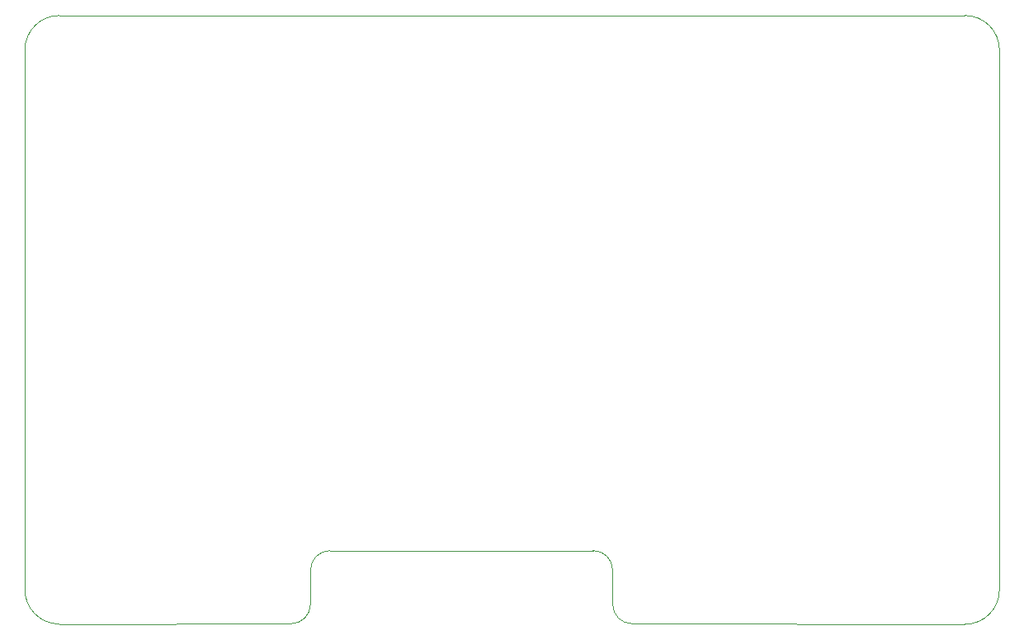
<source format=gm1>
G04 #@! TF.GenerationSoftware,KiCad,Pcbnew,8.0.5*
G04 #@! TF.CreationDate,2025-06-12T17:02:52+03:00*
G04 #@! TF.ProjectId,Main Board,4d61696e-2042-46f6-9172-642e6b696361,rev?*
G04 #@! TF.SameCoordinates,Original*
G04 #@! TF.FileFunction,Profile,NP*
%FSLAX46Y46*%
G04 Gerber Fmt 4.6, Leading zero omitted, Abs format (unit mm)*
G04 Created by KiCad (PCBNEW 8.0.5) date 2025-06-12 17:02:52*
%MOMM*%
%LPD*%
G01*
G04 APERTURE LIST*
G04 #@! TA.AperFunction,Profile*
%ADD10C,0.100000*%
G04 #@! TD*
G04 APERTURE END LIST*
D10*
X103550499Y-99985741D02*
X127337563Y-99950039D01*
X200011240Y-96474501D02*
G75*
G02*
X196475000Y-100010740I-3536240J1D01*
G01*
X162325000Y-99949999D02*
G75*
G02*
X160324961Y-97962564I-12600J1987399D01*
G01*
X103550499Y-99985741D02*
G75*
G02*
X100014259Y-96449501I1J3536241D01*
G01*
X200011240Y-96474501D02*
X200010741Y-41050499D01*
X196474501Y-37514259D02*
G75*
G02*
X200010741Y-41050499I-1J-3536241D01*
G01*
X129325001Y-94450000D02*
G75*
G02*
X131312436Y-92449961I1987399J12600D01*
G01*
X158325000Y-92450000D02*
X131312436Y-92449961D01*
X158325000Y-92450040D02*
G75*
G02*
X160325000Y-94437436I12600J-1987360D01*
G01*
X162325000Y-99950000D02*
X196475000Y-100010741D01*
X160325000Y-94437436D02*
X160324961Y-97962564D01*
X196474501Y-37514259D02*
X103550499Y-37514259D01*
X100014259Y-41050499D02*
X100014259Y-96449501D01*
X129325000Y-94450000D02*
X129324999Y-97950000D01*
X100014259Y-41050499D02*
G75*
G02*
X103550499Y-37514259I3536241J-1D01*
G01*
X129324999Y-97950000D02*
G75*
G02*
X127337563Y-99950039I-1987399J-12600D01*
G01*
M02*

</source>
